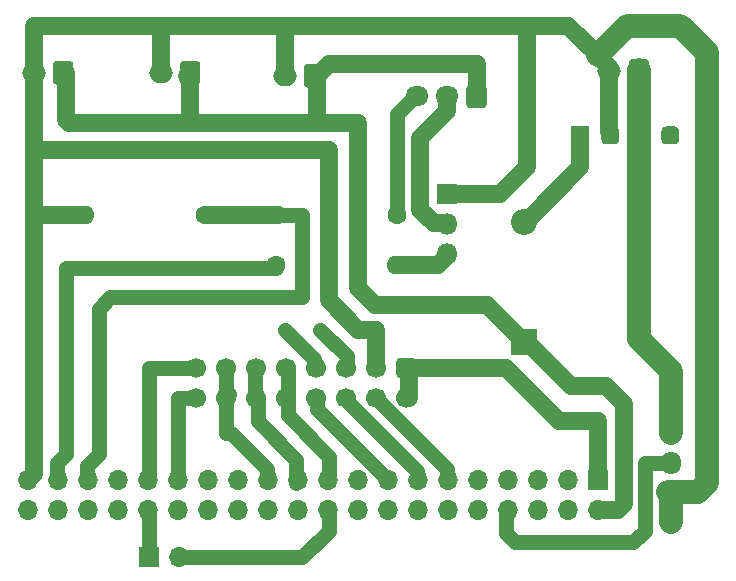
<source format=gbr>
%TF.GenerationSoftware,KiCad,Pcbnew,(5.1.8-0-10_14)*%
%TF.CreationDate,2021-07-25T13:55:07-04:00*%
%TF.ProjectId,Test,54657374-2e6b-4696-9361-645f70636258,rev?*%
%TF.SameCoordinates,PX9b0780PY44cb540*%
%TF.FileFunction,Copper,L2,Bot*%
%TF.FilePolarity,Positive*%
%FSLAX46Y46*%
G04 Gerber Fmt 4.6, Leading zero omitted, Abs format (unit mm)*
G04 Created by KiCad (PCBNEW (5.1.8-0-10_14)) date 2021-07-25 13:55:07*
%MOMM*%
%LPD*%
G01*
G04 APERTURE LIST*
%TA.AperFunction,ComponentPad*%
%ADD10O,1.700000X1.700000*%
%TD*%
%TA.AperFunction,ComponentPad*%
%ADD11R,1.700000X1.700000*%
%TD*%
%TA.AperFunction,ComponentPad*%
%ADD12O,1.600000X1.600000*%
%TD*%
%TA.AperFunction,ComponentPad*%
%ADD13C,1.600000*%
%TD*%
%TA.AperFunction,ComponentPad*%
%ADD14O,2.000000X1.700000*%
%TD*%
%TA.AperFunction,ComponentPad*%
%ADD15O,1.700000X1.950000*%
%TD*%
%TA.AperFunction,ComponentPad*%
%ADD16O,1.950000X1.700000*%
%TD*%
%TA.AperFunction,ComponentPad*%
%ADD17C,1.700000*%
%TD*%
%TA.AperFunction,ComponentPad*%
%ADD18R,1.524000X1.524000*%
%TD*%
%TA.AperFunction,ComponentPad*%
%ADD19O,1.800000X1.800000*%
%TD*%
%TA.AperFunction,ComponentPad*%
%ADD20R,1.800000X1.800000*%
%TD*%
%TA.AperFunction,ComponentPad*%
%ADD21O,2.200000X2.200000*%
%TD*%
%TA.AperFunction,ComponentPad*%
%ADD22R,2.200000X2.200000*%
%TD*%
%TA.AperFunction,ViaPad*%
%ADD23C,0.800000*%
%TD*%
%TA.AperFunction,Conductor*%
%ADD24C,1.500000*%
%TD*%
%TA.AperFunction,Conductor*%
%ADD25C,2.000000*%
%TD*%
%TA.AperFunction,Conductor*%
%ADD26C,1.250000*%
%TD*%
G04 APERTURE END LIST*
D10*
%TO.P,J9,2*%
%TO.N,GND*%
X15790000Y2250000D03*
D11*
%TO.P,J9,1*%
%TO.N,Buzzer*%
X13250000Y2250000D03*
%TD*%
D12*
%TO.P,R2,2*%
%TO.N,GND*%
X7840000Y31250000D03*
D13*
%TO.P,R2,1*%
%TO.N,ZProbe3V3*%
X18000000Y31250000D03*
%TD*%
D12*
%TO.P,R1,2*%
%TO.N,ZProbe3V3*%
X24090000Y31250000D03*
D13*
%TO.P,R1,1*%
%TO.N,ZProbeIn*%
X34250000Y31250000D03*
%TD*%
D14*
%TO.P,J8,2*%
%TO.N,GND*%
X14250000Y43250000D03*
%TO.P,J8,1*%
%TO.N,+5V*%
%TA.AperFunction,ComponentPad*%
G36*
G01*
X17600000Y44000000D02*
X17600000Y42500000D01*
G75*
G02*
X17350000Y42250000I-250000J0D01*
G01*
X16150000Y42250000D01*
G75*
G02*
X15900000Y42500000I0J250000D01*
G01*
X15900000Y44000000D01*
G75*
G02*
X16150000Y44250000I250000J0D01*
G01*
X17350000Y44250000D01*
G75*
G02*
X17600000Y44000000I0J-250000D01*
G01*
G37*
%TD.AperFunction*%
%TD*%
D15*
%TO.P,J7,5*%
%TO.N,GND*%
X57500000Y5250000D03*
%TO.P,J7,4*%
X57500000Y7750000D03*
%TO.P,J7,3*%
%TO.N,UVControl*%
X57500000Y10250000D03*
%TO.P,J7,2*%
%TO.N,+24V*%
X57500000Y12750000D03*
%TO.P,J7,1*%
%TA.AperFunction,ComponentPad*%
G36*
G01*
X56775000Y16100000D02*
X58225000Y16100000D01*
G75*
G02*
X58475000Y15850000I0J-250000D01*
G01*
X58475000Y14650000D01*
G75*
G02*
X58225000Y14400000I-250000J0D01*
G01*
X56775000Y14400000D01*
G75*
G02*
X56525000Y14650000I0J250000D01*
G01*
X56525000Y15850000D01*
G75*
G02*
X56775000Y16100000I250000J0D01*
G01*
G37*
%TD.AperFunction*%
%TD*%
D16*
%TO.P,J5,3*%
%TO.N,ZProbeIn*%
X36000000Y41250000D03*
%TO.P,J5,2*%
%TO.N,LaserGnd*%
X38500000Y41250000D03*
%TO.P,J5,1*%
%TO.N,+5V*%
%TA.AperFunction,ComponentPad*%
G36*
G01*
X41850000Y41975000D02*
X41850000Y40525000D01*
G75*
G02*
X41600000Y40275000I-250000J0D01*
G01*
X40400000Y40275000D01*
G75*
G02*
X40150000Y40525000I0J250000D01*
G01*
X40150000Y41975000D01*
G75*
G02*
X40400000Y42225000I250000J0D01*
G01*
X41600000Y42225000D01*
G75*
G02*
X41850000Y41975000I0J-250000D01*
G01*
G37*
%TD.AperFunction*%
%TD*%
D17*
%TO.P,J6,16*%
%TO.N,T_IRQ*%
X17288000Y15710000D03*
%TO.P,J6,14*%
%TO.N,SLCK*%
X19828000Y15710000D03*
%TO.P,J6,12*%
%TO.N,MISO*%
X22368000Y15710000D03*
%TO.P,J6,10*%
%TO.N,MOSI*%
X24908000Y15710000D03*
%TO.P,J6,8*%
%TO.N,RESET*%
X27448000Y15710000D03*
%TO.P,J6,6*%
%TO.N,DC*%
X29988000Y15710000D03*
%TO.P,J6,4*%
%TO.N,CS*%
X32528000Y15710000D03*
%TO.P,J6,2*%
%TO.N,+3V3*%
X35068000Y15710000D03*
%TO.P,J6,15*%
%TO.N,T_CS*%
X17288000Y18250000D03*
%TO.P,J6,13*%
%TO.N,SLCK*%
X19828000Y18250000D03*
%TO.P,J6,11*%
%TO.N,MISO*%
X22368000Y18250000D03*
%TO.P,J6,9*%
%TO.N,MOSI*%
X24908000Y18250000D03*
%TO.P,J6,7*%
%TO.N,SDA*%
X27448000Y18250000D03*
%TO.P,J6,5*%
%TO.N,SCL*%
X29988000Y18250000D03*
%TO.P,J6,3*%
%TO.N,GND*%
X32528000Y18250000D03*
%TO.P,J6,1*%
%TO.N,+3V3*%
%TA.AperFunction,ComponentPad*%
G36*
G01*
X34468000Y19100000D02*
X35668000Y19100000D01*
G75*
G02*
X35918000Y18850000I0J-250000D01*
G01*
X35918000Y17650000D01*
G75*
G02*
X35668000Y17400000I-250000J0D01*
G01*
X34468000Y17400000D01*
G75*
G02*
X34218000Y17650000I0J250000D01*
G01*
X34218000Y18850000D01*
G75*
G02*
X34468000Y19100000I250000J0D01*
G01*
G37*
%TD.AperFunction*%
%TD*%
D10*
%TO.P,J1,40*%
%TO.N,Net-(J1-Pad40)*%
X2990000Y6210000D03*
%TO.P,J1,39*%
%TO.N,GND*%
X2990000Y8750000D03*
%TO.P,J1,38*%
%TO.N,Net-(J1-Pad38)*%
X5530000Y6210000D03*
%TO.P,J1,37*%
%TO.N,LaserControl*%
X5530000Y8750000D03*
%TO.P,J1,36*%
%TO.N,Net-(J1-Pad36)*%
X8070000Y6210000D03*
%TO.P,J1,35*%
%TO.N,ZProbe3V3*%
X8070000Y8750000D03*
%TO.P,J1,34*%
%TO.N,Net-(J1-Pad34)*%
X10610000Y6210000D03*
%TO.P,J1,33*%
%TO.N,Net-(J1-Pad33)*%
X10610000Y8750000D03*
%TO.P,J1,32*%
%TO.N,Buzzer*%
X13150000Y6210000D03*
%TO.P,J1,31*%
%TO.N,T_CS*%
X13150000Y8750000D03*
%TO.P,J1,30*%
%TO.N,Net-(J1-Pad30)*%
X15690000Y6210000D03*
%TO.P,J1,29*%
%TO.N,T_IRQ*%
X15690000Y8750000D03*
%TO.P,J1,28*%
%TO.N,Net-(J1-Pad28)*%
X18230000Y6210000D03*
%TO.P,J1,27*%
%TO.N,Net-(J1-Pad27)*%
X18230000Y8750000D03*
%TO.P,J1,26*%
%TO.N,Net-(J1-Pad26)*%
X20770000Y6210000D03*
%TO.P,J1,25*%
%TO.N,Net-(J1-Pad25)*%
X20770000Y8750000D03*
%TO.P,J1,24*%
%TO.N,Net-(J1-Pad24)*%
X23310000Y6210000D03*
%TO.P,J1,23*%
%TO.N,SLCK*%
X23310000Y8750000D03*
%TO.P,J1,22*%
%TO.N,Net-(J1-Pad22)*%
X25850000Y6210000D03*
%TO.P,J1,21*%
%TO.N,MISO*%
X25850000Y8750000D03*
%TO.P,J1,20*%
%TO.N,GND*%
X28390000Y6210000D03*
%TO.P,J1,19*%
%TO.N,MOSI*%
X28390000Y8750000D03*
%TO.P,J1,18*%
%TO.N,Net-(J1-Pad18)*%
X30930000Y6210000D03*
%TO.P,J1,17*%
%TO.N,Net-(J1-Pad17)*%
X30930000Y8750000D03*
%TO.P,J1,16*%
%TO.N,Net-(J1-Pad16)*%
X33470000Y6210000D03*
%TO.P,J1,15*%
%TO.N,RESET*%
X33470000Y8750000D03*
%TO.P,J1,14*%
%TO.N,Net-(J1-Pad14)*%
X36010000Y6210000D03*
%TO.P,J1,13*%
%TO.N,DC*%
X36010000Y8750000D03*
%TO.P,J1,12*%
%TO.N,Net-(J1-Pad12)*%
X38550000Y6210000D03*
%TO.P,J1,11*%
%TO.N,CS*%
X38550000Y8750000D03*
%TO.P,J1,10*%
%TO.N,Net-(J1-Pad10)*%
X41090000Y6210000D03*
%TO.P,J1,9*%
%TO.N,Net-(J1-Pad9)*%
X41090000Y8750000D03*
%TO.P,J1,8*%
%TO.N,UVControl*%
X43630000Y6210000D03*
%TO.P,J1,7*%
%TO.N,Net-(J1-Pad7)*%
X43630000Y8750000D03*
%TO.P,J1,6*%
%TO.N,Net-(J1-Pad6)*%
X46170000Y6210000D03*
%TO.P,J1,5*%
%TO.N,SCL*%
X46170000Y8750000D03*
%TO.P,J1,4*%
%TO.N,Net-(J1-Pad4)*%
X48710000Y6210000D03*
%TO.P,J1,3*%
%TO.N,SDA*%
X48710000Y8750000D03*
%TO.P,J1,2*%
%TO.N,+5V*%
X51250000Y6210000D03*
D11*
%TO.P,J1,1*%
%TO.N,+3V3*%
X51250000Y8750000D03*
%TD*%
D14*
%TO.P,J3,2*%
%TO.N,GND*%
X24750000Y43000000D03*
%TO.P,J3,1*%
%TO.N,+5V*%
%TA.AperFunction,ComponentPad*%
G36*
G01*
X28100000Y43750000D02*
X28100000Y42250000D01*
G75*
G02*
X27850000Y42000000I-250000J0D01*
G01*
X26650000Y42000000D01*
G75*
G02*
X26400000Y42250000I0J250000D01*
G01*
X26400000Y43750000D01*
G75*
G02*
X26650000Y44000000I250000J0D01*
G01*
X27850000Y44000000D01*
G75*
G02*
X28100000Y43750000I0J-250000D01*
G01*
G37*
%TD.AperFunction*%
%TD*%
%TO.P,U1,4*%
%TO.N,Net-(U1-Pad4)*%
%TA.AperFunction,ComponentPad*%
G36*
G01*
X56648000Y37569000D02*
X56648000Y38331000D01*
G75*
G02*
X57029000Y38712000I381000J0D01*
G01*
X57791000Y38712000D01*
G75*
G02*
X58172000Y38331000I0J-381000D01*
G01*
X58172000Y37569000D01*
G75*
G02*
X57791000Y37188000I-381000J0D01*
G01*
X57029000Y37188000D01*
G75*
G02*
X56648000Y37569000I0J381000D01*
G01*
G37*
%TD.AperFunction*%
%TO.P,U1,3*%
%TO.N,+24V*%
%TA.AperFunction,ComponentPad*%
G36*
G01*
X54108000Y37569000D02*
X54108000Y38331000D01*
G75*
G02*
X54489000Y38712000I381000J0D01*
G01*
X55251000Y38712000D01*
G75*
G02*
X55632000Y38331000I0J-381000D01*
G01*
X55632000Y37569000D01*
G75*
G02*
X55251000Y37188000I-381000J0D01*
G01*
X54489000Y37188000D01*
G75*
G02*
X54108000Y37569000I0J381000D01*
G01*
G37*
%TD.AperFunction*%
%TO.P,U1,2*%
%TO.N,GND*%
%TA.AperFunction,ComponentPad*%
G36*
G01*
X51568000Y37569000D02*
X51568000Y38331000D01*
G75*
G02*
X51949000Y38712000I381000J0D01*
G01*
X52711000Y38712000D01*
G75*
G02*
X53092000Y38331000I0J-381000D01*
G01*
X53092000Y37569000D01*
G75*
G02*
X52711000Y37188000I-381000J0D01*
G01*
X51949000Y37188000D01*
G75*
G02*
X51568000Y37569000I0J381000D01*
G01*
G37*
%TD.AperFunction*%
D18*
%TO.P,U1,1*%
%TO.N,Net-(D1-Pad2)*%
X49790000Y37950000D03*
%TD*%
D19*
%TO.P,Q1,3*%
%TO.N,Net-(Q1-Pad3)*%
X38500000Y27920000D03*
%TO.P,Q1,2*%
%TO.N,LaserGnd*%
X38500000Y30460000D03*
D20*
%TO.P,Q1,1*%
%TO.N,GND*%
X38500000Y33000000D03*
%TD*%
D21*
%TO.P,D1,2*%
%TO.N,Net-(D1-Pad2)*%
X45000000Y30660000D03*
D22*
%TO.P,D1,1*%
%TO.N,+5V*%
X45000000Y20500000D03*
%TD*%
%TO.P,J2,1*%
%TO.N,+24V*%
%TA.AperFunction,ComponentPad*%
G36*
G01*
X55600000Y44166000D02*
X55600000Y42666000D01*
G75*
G02*
X55350000Y42416000I-250000J0D01*
G01*
X54150000Y42416000D01*
G75*
G02*
X53900000Y42666000I0J250000D01*
G01*
X53900000Y44166000D01*
G75*
G02*
X54150000Y44416000I250000J0D01*
G01*
X55350000Y44416000D01*
G75*
G02*
X55600000Y44166000I0J-250000D01*
G01*
G37*
%TD.AperFunction*%
D14*
%TO.P,J2,2*%
%TO.N,GND*%
X52250000Y43416000D03*
%TD*%
%TO.P,J4,2*%
%TO.N,GND*%
X3500000Y43250000D03*
%TO.P,J4,1*%
%TO.N,+5V*%
%TA.AperFunction,ComponentPad*%
G36*
G01*
X6850000Y44000000D02*
X6850000Y42500000D01*
G75*
G02*
X6600000Y42250000I-250000J0D01*
G01*
X5400000Y42250000D01*
G75*
G02*
X5150000Y42500000I0J250000D01*
G01*
X5150000Y44000000D01*
G75*
G02*
X5400000Y44250000I250000J0D01*
G01*
X6600000Y44250000D01*
G75*
G02*
X6850000Y44000000I0J-250000D01*
G01*
G37*
%TD.AperFunction*%
%TD*%
D13*
%TO.P,R3,1*%
%TO.N,LaserControl*%
X24000000Y27000000D03*
D12*
%TO.P,R3,2*%
%TO.N,Net-(Q1-Pad3)*%
X34160000Y27000000D03*
%TD*%
D23*
%TO.N,SCL*%
X27750000Y21500000D03*
%TO.N,SDA*%
X24750000Y21500000D03*
%TD*%
D24*
%TO.N,GND*%
X14250000Y43500000D02*
X14250000Y47250000D01*
X14250000Y47250000D02*
X25000000Y47250000D01*
X3500000Y43250000D02*
X3500000Y47250000D01*
X3500000Y47250000D02*
X14250000Y47250000D01*
X24750000Y47000000D02*
X25000000Y47250000D01*
X24750000Y43250000D02*
X24750000Y47000000D01*
X3500000Y31250000D02*
X7750000Y31250000D01*
X3500000Y31250000D02*
X3500000Y37000000D01*
X3500000Y37000000D02*
X3500000Y43250000D01*
X52250000Y43250000D02*
X52250000Y38250000D01*
X52250000Y43500000D02*
X52250000Y43760000D01*
X38750000Y33000000D02*
X43000000Y33000000D01*
X45274000Y35274000D02*
X45274000Y47226000D01*
X43000000Y33000000D02*
X45274000Y35274000D01*
X3750000Y36750000D02*
X3500000Y37000000D01*
X28500000Y36750000D02*
X3750000Y36750000D01*
X28500000Y24000000D02*
X28500000Y36750000D01*
X32500000Y18250000D02*
X32500000Y21500000D01*
X31000000Y21500000D02*
X28500000Y24000000D01*
X32500000Y21500000D02*
X31000000Y21500000D01*
X3500000Y9250000D02*
X3000000Y8750000D01*
X3500000Y31250000D02*
X3500000Y9250000D01*
D25*
X57500000Y7750000D02*
X57500000Y5250000D01*
D24*
X52250000Y43760000D02*
X51255000Y44755000D01*
D25*
X59750000Y7750000D02*
X57250000Y7750000D01*
X60500000Y8500000D02*
X59750000Y7750000D01*
X51255000Y44755000D02*
X53750000Y47250000D01*
X60500000Y8500000D02*
X60500000Y45000000D01*
X60500000Y45000000D02*
X58250000Y47250000D01*
X53750000Y47250000D02*
X58250000Y47250000D01*
D24*
X48784000Y47226000D02*
X51255000Y44755000D01*
X48760000Y47250000D02*
X48784000Y47226000D01*
X25000000Y47250000D02*
X48760000Y47250000D01*
D26*
X15750000Y2250000D02*
X26250000Y2250000D01*
X26250000Y2250000D02*
X28500000Y4500000D01*
X28500000Y6000000D02*
X28500000Y4500000D01*
D24*
%TO.N,+5V*%
X27500000Y39000000D02*
X27500000Y42500000D01*
X27500000Y39000000D02*
X16750000Y39000000D01*
X16750000Y42750000D02*
X16500000Y43000000D01*
X16750000Y39000000D02*
X16750000Y42750000D01*
X16750000Y39000000D02*
X6500000Y39000000D01*
X6250000Y39250000D02*
X6250000Y43250000D01*
X6500000Y39000000D02*
X6250000Y39250000D01*
X41000000Y41250000D02*
X41000000Y44000000D01*
X28500000Y44000000D02*
X27250000Y42750000D01*
X41000000Y44000000D02*
X28500000Y44000000D01*
X31000000Y25000000D02*
X32375000Y23625000D01*
X31000000Y39000000D02*
X31000000Y25000000D01*
X27500000Y39000000D02*
X31000000Y39000000D01*
X32375000Y23625000D02*
X41875000Y23625000D01*
X41875000Y23625000D02*
X45000000Y20500000D01*
D26*
X51250000Y6250000D02*
X52025002Y6250000D01*
D24*
X49000000Y16750000D02*
X45000000Y20750000D01*
X53500000Y15250000D02*
X52000000Y16750000D01*
X51500000Y6250000D02*
X53000000Y6250000D01*
X53500000Y6750000D02*
X53500000Y15250000D01*
X52000000Y16750000D02*
X49000000Y16750000D01*
X53000000Y6250000D02*
X53500000Y6750000D01*
%TO.N,Net-(D1-Pad2)*%
X49750000Y35250000D02*
X49750000Y37750000D01*
X45500000Y31000000D02*
X49750000Y35250000D01*
X45250000Y31000000D02*
X45500000Y31000000D01*
%TO.N,Net-(Q1-Pad3)*%
X37750000Y27000000D02*
X38500000Y27750000D01*
X34250000Y27000000D02*
X37750000Y27000000D01*
D26*
%TO.N,SLCK*%
X19828000Y16238000D02*
X20014081Y16051919D01*
X19750000Y12750000D02*
X19750000Y18250000D01*
X19750000Y12750000D02*
X20250000Y12750000D01*
X23250000Y9750000D02*
X23250000Y8750000D01*
X20250000Y12750000D02*
X23250000Y9750000D01*
%TO.N,MOSI*%
X25000000Y18250000D02*
X25000000Y15500000D01*
X25000000Y15750000D02*
X25000000Y14250000D01*
X28500000Y10750000D02*
X28500000Y8750000D01*
X25000000Y14250000D02*
X28500000Y10750000D01*
%TO.N,MISO*%
X22250000Y16000000D02*
X22500000Y15750000D01*
X22250000Y18250000D02*
X22250000Y16000000D01*
X22500000Y15750000D02*
X22500000Y13750000D01*
X25750000Y10500000D02*
X25750000Y8500000D01*
X22500000Y13750000D02*
X25750000Y10500000D01*
%TO.N,T_IRQ*%
X15750000Y9000000D02*
X15750000Y15750000D01*
X15750000Y15750000D02*
X17250000Y15750000D01*
%TO.N,RESET*%
X27500000Y14750000D02*
X33500000Y8750000D01*
X27500000Y15750000D02*
X27500000Y14750000D01*
%TO.N,DC*%
X30000000Y15500000D02*
X36000000Y9500000D01*
X30000000Y15750000D02*
X30000000Y15500000D01*
X36000000Y8750000D02*
X36000000Y9500000D01*
%TO.N,CS*%
X32500000Y15750000D02*
X32500000Y15724998D01*
X38500000Y9000000D02*
X38500000Y8750000D01*
X32500000Y15750000D02*
X38500000Y9750000D01*
X38500000Y9750000D02*
X38500000Y8750000D01*
D24*
%TO.N,+3V3*%
X43500000Y18250000D02*
X35250000Y18250000D01*
X48000000Y13750000D02*
X43500000Y18250000D01*
X51250000Y13750000D02*
X48000000Y13750000D01*
X51250000Y8750000D02*
X51250000Y13750000D01*
X35250000Y18250000D02*
X35250000Y15750000D01*
D26*
%TO.N,T_CS*%
X13250000Y9000000D02*
X13250000Y18250000D01*
X13250000Y18250000D02*
X17000000Y18250000D01*
%TO.N,LaserControl*%
X24000000Y26750000D02*
X6250000Y26750000D01*
X6250000Y26750000D02*
X6250000Y11000000D01*
X5500000Y10250000D02*
X5500000Y8750000D01*
X6250000Y11000000D02*
X5500000Y10250000D01*
%TO.N,UVControl*%
X57500000Y10250000D02*
X55250000Y10250000D01*
X55250000Y10250000D02*
X55250000Y4500000D01*
X55250000Y4500000D02*
X54250000Y3500000D01*
X54250000Y3500000D02*
X44250000Y3500000D01*
X43500000Y4250000D02*
X43500000Y6250000D01*
X44250000Y3500000D02*
X43500000Y4250000D01*
D24*
%TO.N,ZProbe3V3*%
X24000000Y31250000D02*
X18000000Y31250000D01*
D26*
X24000000Y31250000D02*
X26250000Y31250000D01*
X10000000Y24250000D02*
X26250000Y24250000D01*
X9000000Y23250000D02*
X10000000Y24250000D01*
X26250000Y31250000D02*
X26250000Y24250000D01*
X9000000Y23250000D02*
X9000000Y11000000D01*
X8000000Y10000000D02*
X8000000Y8750000D01*
X9000000Y11000000D02*
X8000000Y10000000D01*
%TO.N,SCL*%
X30000000Y18500000D02*
X30000000Y19250000D01*
X30000000Y19250000D02*
X27750000Y21500000D01*
X27750000Y21500000D02*
X27750000Y21500000D01*
%TO.N,SDA*%
X27250000Y18500000D02*
X27250000Y19000000D01*
X27250000Y19000000D02*
X24750000Y21500000D01*
X24750000Y21500000D02*
X24750000Y21500000D01*
D25*
%TO.N,+24V*%
X54750000Y37750000D02*
X54750000Y20750000D01*
X57500000Y12750000D02*
X57500000Y15250000D01*
X57500000Y18000000D02*
X54750000Y20750000D01*
X57500000Y15250000D02*
X57500000Y18000000D01*
X54750000Y43500000D02*
X54750000Y38000000D01*
D26*
%TO.N,ZProbeIn*%
X34250000Y39750000D02*
X35750000Y41250000D01*
X34250000Y31250000D02*
X34250000Y39750000D01*
D24*
%TO.N,LaserGnd*%
X37399998Y30500000D02*
X36250000Y31649998D01*
X38500000Y30500000D02*
X37399998Y30500000D01*
X36250000Y31649998D02*
X36250000Y37750000D01*
X38500000Y40000000D02*
X38500000Y41250000D01*
X36250000Y37750000D02*
X38500000Y40000000D01*
D26*
%TO.N,Buzzer*%
X13250000Y6250000D02*
X13250000Y2250000D01*
%TD*%
M02*

</source>
